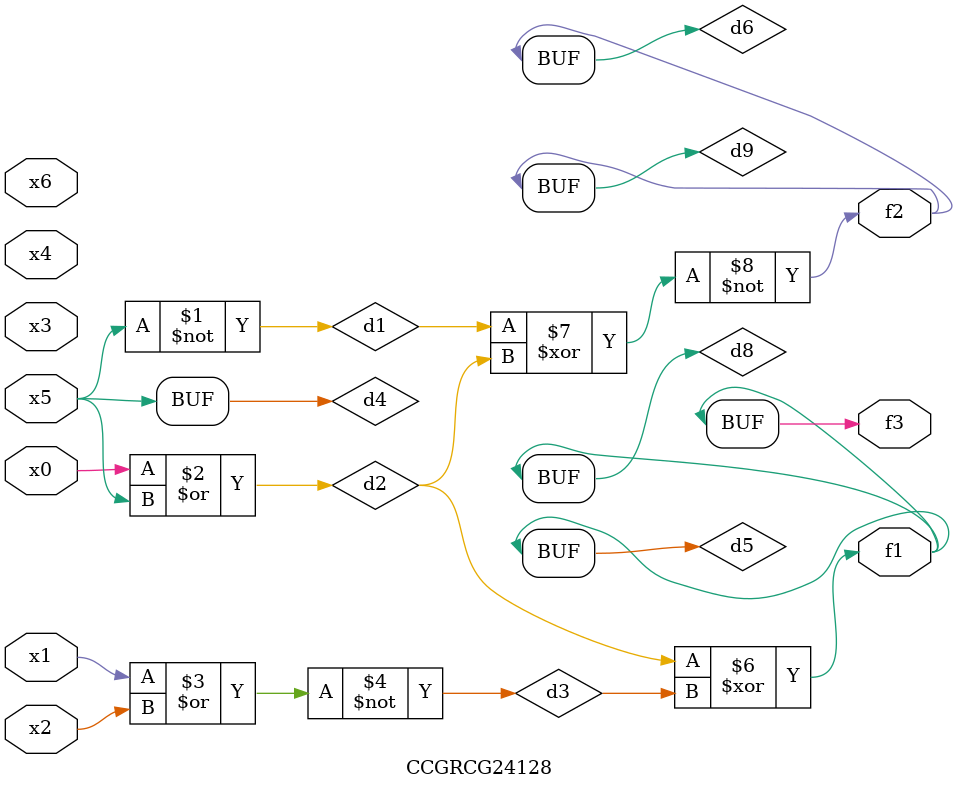
<source format=v>
module CCGRCG24128(
	input x0, x1, x2, x3, x4, x5, x6,
	output f1, f2, f3
);

	wire d1, d2, d3, d4, d5, d6, d7, d8, d9;

	nand (d1, x5);
	or (d2, x0, x5);
	nor (d3, x1, x2);
	xnor (d4, d1);
	xor (d5, d2, d3);
	xnor (d6, d1, d2);
	not (d7, x4);
	buf (d8, d5);
	xor (d9, d6);
	assign f1 = d8;
	assign f2 = d9;
	assign f3 = d8;
endmodule

</source>
